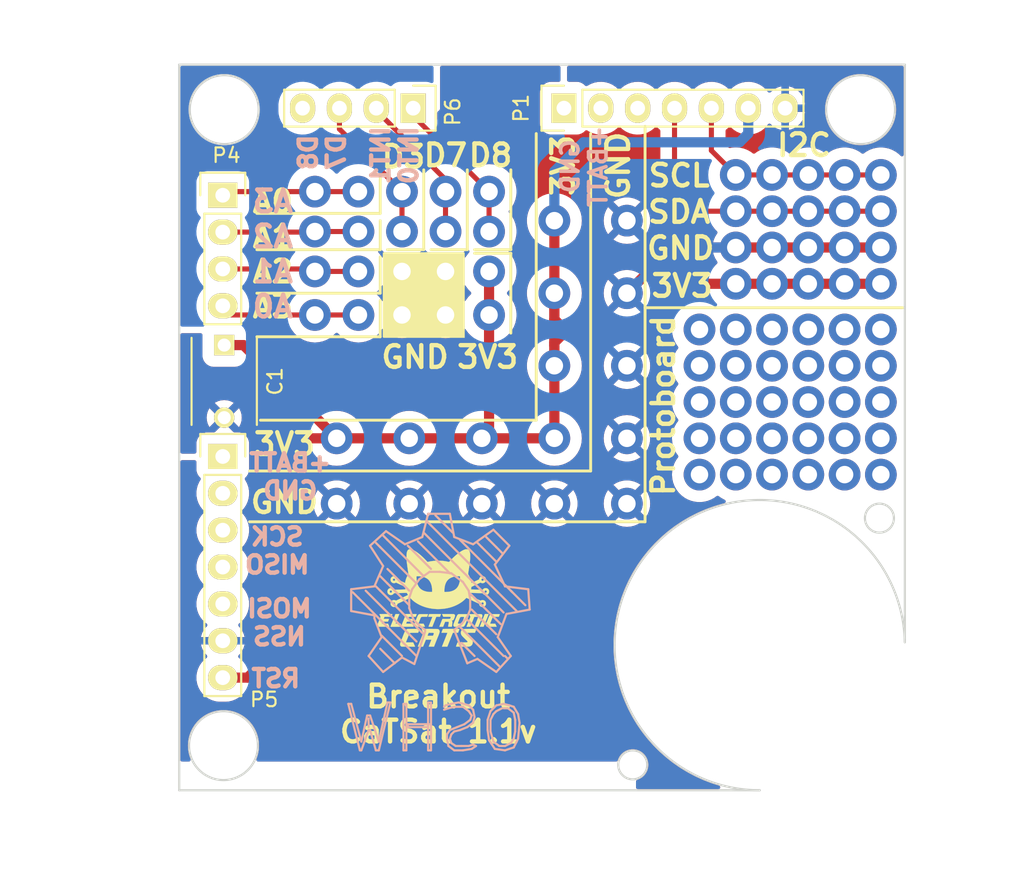
<source format=kicad_pcb>
(kicad_pcb (version 20221018) (generator pcbnew)
  (title_block (title "CatSat") (date "2016-10-16") (rev "0.02") (company "Electronic Cats") (comment 1 "Eduardo Contreras"))
  (layers (0 "F.Cu" signal) (31 "B.Cu" signal) (34 "B.Paste" user) (35 "F.Paste" user) (36 "B.SilkS" user "B.Silkscreen") (37 "F.SilkS" user "F.Silkscreen") (38 "B.Mask" user) (39 "F.Mask" user) (44 "Edge.Cuts" user))
  (net 0 "")
  (net 1 "GND")
  (net 2 "+BATT")
  (net 3 "/SCL")
  (net 4 "/SDA")
  (net 5 "/S_RX")
  (net 6 "/S_TX")
  (net 7 "/DHT/D6")
  (net 8 "/A3")
  (net 9 "/A2")
  (net 10 "/A1")
  (net 11 "/A0")
  (net 12 "/SCK")
  (net 13 "/MISO")
  (net 14 "/MOSI")
  (net 15 "/NSS")
  (net 16 "/RST")
  (net 17 "/INT0")
  (net 18 "/INT1")
  (net 19 "/D7")
  (net 20 "/D8")
  (footprint "Pin_Headers:Pin_Header_Straight_1x04" (layer "F.Cu") (at 130.27 77.25 -90)
    (fp_text reference "P6" (at 0.25 -2.73 270) (layer "F.SilkS"))
    (fp_text value "Conn_01x04_Male")
    (pad "1" thru_hole rect (at 0 0 270) (size 2.032 1.7272) (drill 1.016) (layers "*.Cu" "*.Mask" "F.SilkS") (net 20 "/D8"))
    (pad "2" thru_hole oval (at 0 2.54 270) (size 2.032 1.7272) (drill 1.016) (layers "*.Cu" "*.Mask" "F.SilkS") (net 19 "/D7"))
    (pad "3" thru_hole oval (at 0 5.08 270) (size 2.032 1.7272) (drill 1.016) (layers "*.Cu" "*.Mask" "F.SilkS") (net 18 "/INT1"))
    (pad "4" thru_hole oval (at 0 7.62 270) (size 2.032 1.7272) (drill 1.016) (layers "*.Cu" "*.Mask" "F.SilkS") (net 17 "/INT0"))
  )
  (footprint "Pin_Headers:Pin_Header_Straight_1x07" (layer "F.Cu") (at 117.15 101.25)
    (fp_text reference "P5" (at 2.85 16.75) (layer "F.SilkS"))
    (fp_text value "Conn_01x07_Male")
    (pad "1" thru_hole rect (at 0 0) (size 2.032 1.7272) (drill 1.016) (layers "*.Cu" "*.Mask" "F.SilkS") (net 16 "/RST"))
    (pad "2" thru_hole oval (at 0 2.54) (size 2.032 1.7272) (drill 1.016) (layers "*.Cu" "*.Mask" "F.SilkS") (net 15 "/NSS"))
    (pad "3" thru_hole oval (at 0 5.08) (size 2.032 1.7272) (drill 1.016) (layers "*.Cu" "*.Mask" "F.SilkS") (net 14 "/MOSI"))
    (pad "4" thru_hole oval (at 0 7.62) (size 2.032 1.7272) (drill 1.016) (layers "*.Cu" "*.Mask" "F.SilkS") (net 13 "/MISO"))
    (pad "5" thru_hole oval (at 0 10.16) (size 2.032 1.7272) (drill 1.016) (layers "*.Cu" "*.Mask" "F.SilkS") (net 12 "/SCK"))
    (pad "6" thru_hole oval (at 0 12.7) (size 2.032 1.7272) (drill 1.016) (layers "*.Cu" "*.Mask" "F.SilkS") (net 1 "GND"))
    (pad "7" thru_hole oval (at 0 15.24) (size 2.032 1.7272) (drill 1.016) (layers "*.Cu" "*.Mask" "F.SilkS") (net 2 "+BATT"))
  )
  (footprint "Pin_Headers:Pin_Header_Straight_1x07" (layer "F.Cu") (at 140.66 77.25 90)
    (fp_text reference "P1" (at 0 -2.95 90) (layer "F.SilkS"))
    (fp_text value "Conn_01x07_Male")
    (pad "1" thru_hole rect (at 0 0 90) (size 2.032 1.7272) (drill 1.016) (layers "*.Cu" "*.Mask" "F.SilkS") (net 7 "/DHT/D6"))
    (pad "2" thru_hole oval (at 0 2.54 90) (size 2.032 1.7272) (drill 1.016) (layers "*.Cu" "*.Mask" "F.SilkS") (net 6 "/S_TX"))
    (pad "3" thru_hole oval (at 0 5.08 90) (size 2.032 1.7272) (drill 1.016) (layers "*.Cu" "*.Mask" "F.SilkS") (net 5 "/S_RX"))
    (pad "4" thru_hole oval (at 0 7.62 90) (size 2.032 1.7272) (drill 1.016) (layers "*.Cu" "*.Mask" "F.SilkS") (net 4 "/SDA"))
    (pad "5" thru_hole oval (at 0 10.16 90) (size 2.032 1.7272) (drill 1.016) (layers "*.Cu" "*.Mask" "F.SilkS") (net 3 "/SCL"))
    (pad "6" thru_hole oval (at 0 12.7 90) (size 2.032 1.7272) (drill 1.016) (layers "*.Cu" "*.Mask" "F.SilkS") (net 2 "+BATT"))
    (pad "7" thru_hole oval (at 0 15.24 90) (size 2.032 1.7272) (drill 1.016) (layers "*.Cu" "*.Mask" "F.SilkS") (net 1 "GND"))
  )
  (footprint "Pin_Headers:Pin_Header_Straight_1x04" (layer "F.Cu") (at 117.15 83.25)
    (fp_text reference "P4" (at 0.25 -2.75) (layer "F.SilkS"))
    (fp_text value "Conn_01x04_Male")
    (pad "1" thru_hole rect (at 0 0) (size 2.032 1.7272) (drill 1.016) (layers "*.Cu" "*.Mask" "F.SilkS") (net 11 "/A0"))
    (pad "2" thru_hole oval (at 0 2.54) (size 2.032 1.7272) (drill 1.016) (layers "*.Cu" "*.Mask" "F.SilkS") (net 10 "/A1"))
    (pad "3" thru_hole oval (at 0 5.08) (size 2.032 1.7272) (drill 1.016) (layers "*.Cu" "*.Mask" "F.SilkS") (net 9 "/A2"))
    (pad "4" thru_hole oval (at 0 7.62) (size 2.032 1.7272) (drill 1.016) (layers "*.Cu" "*.Mask" "F.SilkS") (net 8 "/A3"))
  )
  (footprint "Capacitors_ThroughHole:C_Disc_D6_P5" (layer "F.Cu") (at 117.25 93.575 -90)
    (fp_text reference "C1" (at 2.5 -3.5 270) (layer "F.SilkS"))
    (fp_text value "0.1uF")
    (pad "1" thru_hole rect (at 0 0 270) (size 1.4 1.4) (drill 0.9) (layers "*.Cu" "*.Mask" "F.SilkS") (net 2 "+BATT"))
    (pad "2" thru_hole circle (at 5 0 270) (size 1.4 1.4) (drill 0.9) (layers "*.Cu" "*.Mask" "F.SilkS") (net 1 "GND"))
  )
  (footprint "theinventorhouse:electronic_cats_logo_8x6" (layer "F.Cu") (at 132 111)
    (fp_text reference "G***" hide)
    (fp_text value "LOGO" hide)
  )
  (footprint "CatSat:Pin" (layer "F.Cu") (at 150 97.5 90)
    (fp_text reference "REF**" hide)
    (fp_text value "Pin" hide)
    (pad "1" thru_hole circle (at 0 0 90) (size 2.1844 2.1844) (drill 1.2) (layers "*.Cu" "*.Mask"))
  )
  (footprint "CatSat:Pin" (layer "F.Cu") (at 160 92.5)
    (fp_text reference "REF**" hide)
    (fp_text value "Pin" hide)
    (pad "1" thru_hole circle (at 0 0) (size 2.1844 2.1844) (drill 1.2) (layers "*.Cu" "*.Mask"))
  )
  (footprint "CatSat:Pin" (layer "F.Cu") (at 157.5 92.5)
    (fp_text reference "REF**" hide)
    (fp_text value "Pin" hide)
    (pad "1" thru_hole circle (at 0 0) (size 2.1844 2.1844) (drill 1.2) (layers "*.Cu" "*.Mask"))
  )
  (footprint "CatSat:Pin" (layer "F.Cu") (at 157.5 95)
    (fp_text reference "REF**" hide)
    (fp_text value "Pin" hide)
    (pad "1" thru_hole circle (at 0 0) (size 2.1844 2.1844) (drill 1.2) (layers "*.Cu" "*.Mask"))
  )
  (footprint "CatSat:Pin" (layer "F.Cu") (at 155 97.5)
    (fp_text reference "REF**" hide)
    (fp_text value "Pin" hide)
    (pad "1" thru_hole circle (at 0 0) (size 2.1844 2.1844) (drill 1.2) (layers "*.Cu" "*.Mask"))
  )
  (footprint "CatSat:Pin" (layer "F.Cu") (at 162.5 95)
    (fp_text reference "REF**" hide)
    (fp_text value "Pin" hide)
    (pad "1" thru_hole circle (at 0 0) (size 2.1844 2.1844) (drill 1.2) (layers "*.Cu" "*.Mask"))
  )
  (footprint "CatSat:Pin" (layer "F.Cu") (at 157.5 97.5)
    (fp_text reference "REF**" hide)
    (fp_text value "Pin" hide)
    (pad "1" thru_hole circle (at 0 0) (size 2.1844 2.1844) (drill 1.2) (layers "*.Cu" "*.Mask"))
  )
  (footprint "CatSat:Pin" (layer "F.Cu") (at 160 97.5)
    (fp_text reference "REF**" hide)
    (fp_text value "Pin" hide)
    (pad "1" thru_hole circle (at 0 0) (size 2.1844 2.1844) (drill 1.2) (layers "*.Cu" "*.Mask"))
  )
  (footprint "CatSat:Pin" (layer "F.Cu") (at 155 95)
    (fp_text reference "REF**" hide)
    (fp_text value "Pin" hide)
    (pad "1" thru_hole circle (at 0 0) (size 2.1844 2.1844) (drill 1.2) (layers "*.Cu" "*.Mask"))
  )
  (footprint "CatSat:Pin" (layer "F.Cu") (at 150 95 90)
    (fp_text reference "REF**" hide)
    (fp_text value "Pin" hide)
    (pad "1" thru_hole circle (at 0 0 90) (size 2.1844 2.1844) (drill 1.2) (layers "*.Cu" "*.Mask"))
  )
  (footprint "CatSat:Pin" (layer "F.Cu") (at 160 95)
    (fp_text reference "REF**" hide)
    (fp_text value "Pin" hide)
    (pad "1" thru_hole circle (at 0 0) (size 2.1844 2.1844) (drill 1.2) (layers "*.Cu" "*.Mask"))
  )
  (footprint "CatSat:Pin" (layer "F.Cu") (at 162.5 97.5)
    (fp_text reference "REF**" hide)
    (fp_text value "Pin" hide)
    (pad "1" thru_hole circle (at 0 0) (size 2.1844 2.1844) (drill 1.2) (layers "*.Cu" "*.Mask"))
  )
  (footprint "CatSat:Pin" (layer "F.Cu") (at 150 100 90)
    (fp_text reference "REF**" hide)
    (fp_text value "Pin" hide)
    (pad "1" thru_hole circle (at 0 0 90) (size 2.1844 2.1844) (drill 1.2) (layers "*.Cu" "*.Mask"))
  )
  (footprint "CatSat:Pin" (layer "F.Cu") (at 150 102.5 90)
    (fp_text reference "REF**" hide)
    (fp_text value "Pin" hide)
    (pad "1" thru_hole circle (at 0 0 90) (size 2.1844 2.1844) (drill 1.2) (layers "*.Cu" "*.Mask"))
  )
  (footprint "CatSat:Pin" (layer "F.Cu") (at 162.5 92.5)
    (fp_text reference "REF**" hide)
    (fp_text value "Pin" hide)
    (pad "1" thru_hole circle (at 0 0) (size 2.1844 2.1844) (drill 1.2) (layers "*.Cu" "*.Mask"))
  )
  (footprint "CatSat:Pin" (layer "F.Cu") (at 126.5 91.5)
    (fp_text reference "J1" hide)
    (fp_text value "D7" hide)
    (pad "1" thru_hole circle (at 0 0) (size 2.1844 2.1844) (drill 1.2) (layers "*.Cu" "*.Mask") (net 8 "/A3"))
  )
  (footprint "CatSat:Pin" (layer "F.Cu") (at 129.5 85.75)
    (fp_text reference "J3" hide)
    (fp_text value "D7" hide)
    (pad "1" thru_hole circle (at 0 0) (size 2.1844 2.1844) (drill 1.2) (layers "*.Cu" "*.Mask") (net 18 "/INT1"))
  )
  (footprint "CatSat:Pin" (layer "F.Cu") (at 126.5 85.75)
    (fp_text reference "J4" hide)
    (fp_text value "D7" hide)
    (pad "1" thru_hole circle (at 0 0) (size 2.1844 2.1844) (drill 1.2) (layers "*.Cu" "*.Mask") (net 10 "/A1"))
  )
  (footprint "CatSat:Pin" (layer "F.Cu") (at 126.5 88.5)
    (fp_text reference "J5" hide)
    (fp_text value "D7" hide)
    (pad "1" thru_hole circle (at 0 0) (size 2.1844 2.1844) (drill 1.2) (layers "*.Cu" "*.Mask") (net 9 "/A2"))
  )
  (footprint "CatSat:Pin" (layer "F.Cu") (at 123.5 85.75)
    (fp_text reference "J6" hide)
    (fp_text value "D7" hide)
    (pad "1" thru_hole circle (at 0 0) (size 2.1844 2.1844) (drill 1.2) (layers "*.Cu" "*.Mask") (net 10 "/A1"))
  )
  (footprint "CatSat:Pin" (layer "F.Cu") (at 123.5 88.5)
    (fp_text reference "J7" hide)
    (fp_text value "D7" hide)
    (pad "1" thru_hole circle (at 0 0) (size 2.1844 2.1844) (drill 1.2) (layers "*.Cu" "*.Mask") (net 9 "/A2"))
  )
  (footprint "CatSat:Pin" (layer "F.Cu") (at 123.5 83)
    (fp_text reference "J8" hide)
    (fp_text value "D7" hide)
    (pad "1" thru_hole circle (at 0 0) (size 2.1844 2.1844) (drill 1.2) (layers "*.Cu" "*.Mask") (net 11 "/A0"))
  )
  (footprint "CatSat:Pin" (layer "F.Cu") (at 126.5 83)
    (fp_text reference "J9" hide)
    (fp_text value "D7" hide)
    (pad "1" thru_hole circle (at 0 0) (size 2.1844 2.1844) (drill 1.2) (layers "*.Cu" "*.Mask") (net 11 "/A0"))
  )
  (footprint "CatSat:Pin" (layer "F.Cu") (at 123.5 91.5)
    (fp_text reference "J10" hide)
    (fp_text value "D7" hide)
    (pad "1" thru_hole circle (at 0 0) (size 2.1844 2.1844) (drill 1.2) (layers "*.Cu" "*.Mask") (net 8 "/A3"))
  )
  (footprint "CatSat:Pin" (layer "F.Cu") (at 132.5 85.75)
    (fp_text reference "J12" hide)
    (fp_text value "D7" hide)
    (pad "1" thru_hole circle (at 0 0) (size 2.1844 2.1844) (drill 1.2) (layers "*.Cu" "*.Mask") (net 19 "/D7"))
  )
  (footprint "CatSat:Pin" (layer "F.Cu") (at 125 100)
    (fp_text reference "J14" hide)
    (fp_text value "D7" hide)
    (pad "1" thru_hole circle (at 0 0) (size 2.1844 2.1844) (drill 1.2) (layers "*.Cu" "*.Mask") (net 2 "+BATT"))
  )
  (footprint "CatSat:Pin" (layer "F.Cu") (at 135.5 91.5)
    (fp_text reference "J16" hide)
    (fp_text value "D7" hide)
    (pad "1" thru_hole circle (at 0 0) (size 2.1844 2.1844) (drill 1.2) (layers "*.Cu" "*.Mask") (net 2 "+BATT"))
  )
  (footprint "CatSat:Pin" (layer "F.Cu") (at 135.5 88.5)
    (fp_text reference "J17" hide)
    (fp_text value "D7" hide)
    (pad "1" thru_hole circle (at 0 0) (size 2.1844 2.1844) (drill 1.2) (layers "*.Cu" "*.Mask") (net 2 "+BATT"))
  )
  (footprint "CatSat:Pin" (layer "F.Cu") (at 157.5 81.85)
    (fp_text reference "J18" hide)
    (fp_text value "D7" hide)
    (pad "1" thru_hole circle (at 0 0) (size 2.1844 2.1844) (drill 1.2) (layers "*.Cu" "*.Mask") (net 3 "/SCL"))
  )
  (footprint "CatSat:Pin" (layer "F.Cu") (at 155 81.85)
    (fp_text reference "J19" hide)
    (fp_text value "D7" hide)
    (pad "1" thru_hole circle (at 0 0) (size 2.1844 2.1844) (drill 1.2) (layers "*.Cu" "*.Mask") (net 3 "/SCL"))
  )
  (footprint "CatSat:Pin" (layer "F.Cu") (at 152.5 81.85)
    (fp_text reference "J20" hide)
    (fp_text value "D7" hide)
    (pad "1" thru_hole circle (at 0 0) (size 2.1844 2.1844) (drill 1.2) (layers "*.Cu" "*.Mask") (net 3 "/SCL"))
  )
  (footprint "CatSat:Pin" (layer "F.Cu") (at 162.5 81.85)
    (fp_text reference "J21" hide)
    (fp_text value "D7" hide)
    (pad "1" thru_hole circle (at 0 0) (size 2.1844 2.1844) (drill 1.2) (layers "*.Cu" "*.Mask") (net 3 "/SCL"))
  )
  (footprint "CatSat:Pin" (layer "F.Cu") (at 160 81.85)
    (fp_text reference "J22" hide)
    (fp_text value "D7" hide)
    (pad "1" thru_hole circle (at 0 0) (size 2.1844 2.1844) (drill 1.2) (layers "*.Cu" "*.Mask") (net 3 "/SCL"))
  )
  (footprint "CatSat:Pin" (layer "F.Cu") (at 135.5 85.75)
    (fp_text reference "J23" hide)
    (fp_text value "D7" hide)
    (pad "1" thru_hole circle (at 0 0) (size 2.1844 2.1844) (drill 1.2) (layers "*.Cu" "*.Mask") (net 20 "/D8"))
  )
  (footprint "CatSat:Pin" (layer "F.Cu") (at 135.5 83)
    (fp_text reference "J24" hide)
    (fp_text value "D7" hide)
    (pad "1" thru_hole circle (at 0 0) (size 2.1844 2.1844) (drill 1.2) (layers "*.Cu" "*.Mask") (net 20 "/D8"))
  )
  (footprint "CatSat:Pin" (layer "F.Cu") (at 129.5 88.5)
    (fp_text reference "J26" hide)
    (fp_text value "D7" hide)
    (pad "1" thru_hole circle (at 0 0) (size 2.1844 2.1844) (drill 1.2) (layers "*.Cu" "*.Mask") (net 1 "GND"))
  )
  (footprint "CatSat:Pin" (layer "F.Cu") (at 129.5 91.5)
    (fp_text reference "J27" hide)
    (fp_text value "D7" hide)
    (pad "1" thru_hole circle (at 0 0) (size 2.1844 2.1844) (drill 1.2) (layers "*.Cu" "*.Mask") (net 1 "GND"))
  )
  (footprint "CatSat:Pin" (layer "F.Cu") (at 162.5 86.85)
    (fp_text reference "J28" hide)
    (fp_text value "D7" hide)
    (pad "1" thru_hole circle (at 0 0) (size 2.1844 2.1844) (drill 1.2) (layers "*.Cu" "*.Mask") (net 1 "GND"))
  )
  (footprint "CatSat:Pin" (layer "F.Cu") (at 125 104.5)
    (fp_text reference "J29" hide)
    (fp_text value "D7" hide)
    (pad "1" thru_hole circle (at 0 0) (size 2.1844 2.1844) (drill 1.2) (layers "*.Cu" "*.Mask") (net 1 "GND"))
  )
  (footprint "CatSat:Pin" (layer "F.Cu") (at 152.5 84.35)
    (fp_text reference "J30" hide)
    (fp_text value "D7" hide)
    (pad "1" thru_hole circle (at 0 0) (size 2.1844 2.1844) (drill 1.2) (layers "*.Cu" "*.Mask") (net 4 "/SDA"))
  )
  (footprint "CatSat:Pin" (layer "F.Cu") (at 160 84.35)
    (fp_text reference "J31" hide)
    (fp_text value "D7" hide)
    (pad "1" thru_hole circle (at 0 0) (size 2.1844 2.1844) (drill 1.2) (layers "*.Cu" "*.Mask") (net 4 "/SDA"))
  )
  (footprint "CatSat:Pin" (layer "F.Cu") (at 162.5 84.35)
    (fp_text reference "J32" hide)
    (fp_text value "D7" hide)
    (pad "1" thru_hole circle (at 0 0) (size 2.1844 2.1844) (drill 1.2) (layers "*.Cu" "*.Mask") (net 4 "/SDA"))
  )
  (footprint "CatSat:Pin" (layer "F.Cu") (at 157.5 84.35)
    (fp_text reference "J33" hide)
    (fp_text value "D7" hide)
    (pad "1" thru_hole circle (at 0 0) (size 2.1844 2.1844) (drill 1.2) (layers "*.Cu" "*.Mask") (net 4 "/SDA"))
  )
  (footprint "CatSat:Pin" (layer "F.Cu") (at 155 84.35)
    (fp_text reference "J34" hide)
    (fp_text value "D7" hide)
    (pad "1" thru_hole circle (at 0 0) (size 2.1844 2.1844) (drill 1.2) (layers "*.Cu" "*.Mask") (net 4 "/SDA"))
  )
  (footprint "CatSat:Pin" (layer "F.Cu") (at 129.5 83)
    (fp_text reference "J2" hide)
    (fp_text value "D7" hide)
    (pad "1" thru_hole circle (at 0 0) (size 2.1844 2.1844) (drill 1.2) (layers "*.Cu" "*.Mask") (net 18 "/INT1"))
  )
  (footprint "CatSat:Pin" (layer "F.Cu") (at 132.5 83)
    (fp_text reference "J11" hide)
    (fp_text value "D7" hide)
    (pad "1" thru_hole circle (at 0 0) (size 2.1844 2.1844) (drill 1.2) (layers "*.Cu" "*.Mask") (net 19 "/D7"))
  )
  (footprint "CatSat:Pin" (layer "F.Cu") (at 130 100)
    (fp_text reference "J14" hide)
    (fp_text value "D7" hide)
    (pad "1" thru_hole circle (at 0 0) (size 2.1844 2.1844) (drill 1.2) (layers "*.Cu" "*.Mask") (net 2 "+BATT"))
  )
  (footprint "CatSat:Pin" (layer "F.Cu") (at 132.5 91.5)
    (fp_text reference "J27" hide)
    (fp_text value "D7" hide)
    (pad "1" thru_hole circle (at 0 0) (size 2.1844 2.1844) (drill 1.2) (layers "*.Cu" "*.Mask") (net 1 "GND"))
  )
  (footprint "CatSat:Pin" (layer "F.Cu") (at 132.5 88.5)
    (fp_text reference "J27" hide)
    (fp_text value "D7" hide)
    (pad "1" thru_hole circle (at 0 0) (size 2.1844 2.1844) (drill 1.2) (layers "*.Cu" "*.Mask") (net 1 "GND"))
  )
  (footprint "CatSat:Pin" (layer "F.Cu") (at 160 86.85)
    (fp_text reference "J28" hide)
    (fp_text value "D7" hide)
    (pad "1" thru_hole circle (at 0 0) (size 2.1844 2.1844) (drill 1.2) (layers "*.Cu" "*.Mask") (net 1 "GND"))
  )
  (footprint "CatSat:Pin" (layer "F.Cu") (at 157.5 86.85)
    (fp_text reference "J28" hide)
    (fp_text value "D7" hide)
    (pad "1" thru_hole circle (at 0 0) (size 2.1844 2.1844) (drill 1.2) (layers "*.Cu" "*.Mask") (net 1 "GND"))
  )
  (footprint "CatSat:Pin" (layer "F.Cu") (at 155 86.85)
    (fp_text reference "J28" hide)
    (fp_text value "D7" hide)
    (pad "1" thru_hole circle (at 0 0) (size 2.1844 2.1844) (drill 1.2) (layers "*.Cu" "*.Mask") (net 1 "GND"))
  )
  (footprint "CatSat:Pin" (layer "F.Cu") (at 152.5 86.85)
    (fp_text reference "J28" hide)
    (fp_text value "D7" hide)
    (pad "1" thru_hole circle (at 0 0) (size 2.1844 2.1844) (drill 1.2) (layers "*.Cu" "*.Mask") (net 1 "GND"))
  )
  (footprint "CatSat:Pin" (layer "F.Cu") (at 162.5 89.35)
    (fp_text reference "J13" hide)
    (fp_text value "D7" hide)
    (pad "1" thru_hole circle (at 0 0) (size 2.1844 2.1844) (drill 1.2) (layers "*.Cu" "*.Mask") (net 2 "+BATT"))
  )
  (footprint "CatSat:Pin" (layer "F.Cu") (at 160 89.35)
    (fp_text reference "J13" hide)
    (fp_text value "D7" hide)
    (pad "1" thru_hole circle (at 0 0) (size 2.1844 2.1844) (drill 1.2) (layers "*.Cu" "*.Mask") (net 2 "+BATT"))
  )
  (footprint "CatSat:Pin" (layer "F.Cu") (at 157.5 89.35)
    (fp_text reference "J13" hide)
    (fp_text value "D7" hide)
    (pad "1" thru_hole circle (at 0 0) (size 2.1844 2.1844) (drill 1.2) (layers "*.Cu" "*.Mask") (net 2 "+BATT"))
  )
  (footprint "CatSat:Pin" (layer "F.Cu") (at 155 89.35)
    (fp_text reference "J13" hide)
    (fp_text value "D7" hide)
    (pad "1" thru_hole circle (at 0 0) (size 2.1844 2.1844) (drill 1.2) (layers "*.Cu" "*.Mask") (net 2 "+BATT"))
  )
  (footprint "CatSat:Pin" (layer "F.Cu") (at 152.5 89.35)
    (fp_text reference "J13" hide)
    (fp_text value "D7" hide)
    (pad "1" thru_hole circle (at 0 0) (size 2.1844 2.1844) (drill 1.2) (layers "*.Cu" "*.Mask") (net 2 "+BATT"))
  )
  (footprint "CatSat:Pin" (layer "F.Cu") (at 162.5 100)
    (fp_text reference "REF**" hide)
    (fp_text value "Pin" hide)
    (pad "1" thru_hole circle (at 0 0) (size 2.1844 2.1844) (drill 1.2) (layers "*.Cu" "*.Mask"))
  )
  (footprint "CatSat:Pin" (layer "F.Cu") (at 160 100)
    (fp_text reference "REF**" hide)
    (fp_text value "Pin" hide)
    (pad "1" thru_hole circle (at 0 0) (size 2.1844 2.1844) (drill 1.2) (layers "*.Cu" "*.Mask"))
  )
  (footprint "CatSat:Pin" (layer "F.Cu") (at 155 102.5)
    (fp_text reference "REF**" hide)
    (fp_text value "Pin" hide)
    (pad "1" thru_hole circle (at 0 0) (size 2.1844 2.1844) (drill 1.2) (layers "*.Cu" "*.Mask"))
  )
  (footprint "CatSat:Pin" (layer "F.Cu") (at 157.5 102.5)
    (fp_text reference "REF**" hide)
    (fp_text value "Pin" hide)
    (pad "1" thru_hole circle (at 0 0) (size 2.1844 2.1844) (drill 1.2) (layers "*.Cu" "*.Mask"))
  )
  (footprint "CatSat:Pin" (layer "F.Cu") (at 160 102.5)
    (fp_text reference "REF**" hide)
    (fp_text value "Pin" hide)
    (pad "1" thru_hole circle (at 0 0) (size 2.1844 2.1844) (drill 1.2) (layers "*.Cu" "*.Mask"))
  )
  (footprint "CatSat:Pin" (layer "F.Cu") (at 162.5 102.5)
    (fp_text reference "REF**" hide)
    (fp_text value "Pin" hide)
    (pad "1" thru_hole circle (at 0 0) (size 2.1844 2.1844) (drill 1.2) (layers "*.Cu" "*.Mask"))
  )
  (footprint "CatSat:Pin" (layer "F.Cu") (at 157.5 100)
    (fp_text reference "REF**" hide)
    (fp_text value "Pin" hide)
    (pad "1" thru_hole circle (at 0 0) (size 2.1844 2.1844) (drill 1.2) (layers "*.Cu" "*.Mask"))
  )
  (footprint "CatSat:Pin" (layer "F.Cu") (at 155 100)
    (fp_text reference "REF**" hide)
    (fp_text value "Pin" hide)
    (pad "1" thru_hole circle (at 0 0) (size 2.1844 2.1844) (drill 1.2) (layers "*.Cu" "*.Mask"))
  )
  (footprint "CatSat:Pin" (layer "F.Cu") (at 152.5 102.5 90)
    (fp_text reference "REF**" hide)
    (fp_text value "Pin" hide)
    (pad "1" thru_hole circle (at 0 0 90) (size 2.1844 2.1844) (drill 1.2) (layers "*.Cu" "*.Mask"))
  )
  (footprint "CatSat:Pin" (layer "F.Cu") (at 152.5 100 90)
    (fp_text reference "REF**" hide)
    (fp_text value "Pin" hide)
    (pad "1" thru_hole circle (at 0 0 90) (size 2.1844 2.1844) (drill 1.2) (layers "*.Cu" "*.Mask"))
  )
  (footprint "CatSat:Pin" (layer "F.Cu") (at 152.5 97.5 90)
    (fp_text reference "REF**" hide)
    (fp_text value "Pin" hide)
    (pad "1" thru_hole circle (at 0 0 90) (size 2.1844 2.1844) (drill 1.2) (layers "*.Cu" "*.Mask"))
  )
  (footprint "CatSat:Pin" (layer "F.Cu") (at 152.5 95 90)
    (fp_text reference "REF**" hide)
    (fp_text value "Pin" hide)
    (pad "1" thru_hole circle (at 0 0 90) (size 2.1844 2.1844) (drill 1.2) (layers "*.Cu" "*.Mask"))
  )
  (footprint "CatSat:Pin" (layer "F.Cu") (at 135 100)
    (fp_text reference "J14" hide)
    (fp_text value "D7" hide)
    (pad "1" thru_hole circle (at 0 0) (size 2.1844 2.1844) (drill 1.2) (layers "*.Cu" "*.Mask") (net 2 "+BATT"))
  )
  (footprint "CatSat:Pin" (layer "F.Cu") (at 140 100)
    (fp_text reference "J14" hide)
    (fp_text value "D7" hide)
    (pad "1" thru_hole circle (at 0 0) (size 2.1844 2.1844) (drill 1.2) (layers "*.Cu" "*.Mask") (net 2 "+BATT"))
  )
  (footprint "CatSat:Pin" (layer "F.Cu") (at 140 95)
    (fp_text reference "J14" hide)
    (fp_text value "D7" hide)
    (pad "1" thru_hole circle (at 0 0) (size 2.1844 2.1844) (drill 1.2) (layers "*.Cu" "*.Mask") (net 2 "+BATT"))
  )
  (footprint "CatSat:Pin" (layer "F.Cu") (at 140 90)
    (fp_text reference "J14" hide)
    (fp_text value "D7" hide)
    (pad "1" thru_hole circle (at 0 0) (size 2.1844 2.1844) (drill 1.2) (layers "*.Cu" "*.Mask") (net 2 "+BATT"))
  )
  (footprint "CatSat:Pin" (layer "F.Cu") (at 140 85)
    (fp_text reference "J14" hide)
    (fp_text value "D7" hide)
    (pad "1" thru_hole circle (at 0 0) (size 2.1844 2.1844) (drill 1.2) (layers "*.Cu" "*.Mask") (net 2 "+BATT"))
  )
  (footprint "CatSat:Pin" (layer "F.Cu") (at 130 104.5)
    (fp_text reference "J29" hide)
    (fp_text value "D7" hide)
    (pad "1" thru_hole circle (at 0 0) (size 2.1844 2.1844) (drill 1.2) (layers "*.Cu" "*.Mask") (net 1 "GND"))
  )
  (footprint "CatSat:Pin" (layer "F.Cu") (at 135 104.5)
    (fp_text reference "J29" hide)
    (fp_text value "D7" hide)
    (pad "1" thru_hole circle (at 0 0) (size 2.1844 2.1844) (drill 1.2) (layers "*.Cu" "*.Mask") (net 1 "GND"))
  )
  (footprint "CatSat:Pin" (layer "F.Cu") (at 140 104.5)
    (fp_text reference "J29" hide)
    (fp_text value "D7" hide)
    (pad "1" thru_hole circle (at 0 0) (size 2.1844 2.1844) (drill 1.2) (layers "*.Cu" "*.Mask") (net 1 "GND"))
  )
  (footprint "CatSat:Pin" (layer "F.Cu") (at 145 104.5)
    (fp_text reference "J29" hide)
    (fp_text value "D7" hide)
    (pad "1" thru_hole circle (at 0 0) (size 2.1844 2.1844) (drill 1.2) (layers "*.Cu" "*.Mask") (net 1 "GND"))
  )
  (footprint "CatSat:Pin" (layer "F.Cu") (at 145 100)
    (fp_text reference "J29" hide)
    (fp_text value "D7" hide)
    (pad "1" thru_hole circle (at 0 0) (size 2.1844 2.1844) (drill 1.2) (layers "*.Cu" "*.Mask") (net 1 "GND"))
  )
  (footprint "CatSat:Pin" (layer "F.Cu") (at 145 95)
    (fp_text reference "J29" hide)
    (fp_text value "D7" hide)
    (pad "1" thru_hole circle (at 0 0) (size 2.1844 2.1844) (drill 1.2) (layers "*.Cu" "*.Mask") (net 1 "GND"))
  )
  (footprint "CatSat:Pin" (layer "F.Cu") (at 145 90)
    (fp_text reference "J29" hide)
    (fp_text value "D7" hide)
    (pad "1" thru_hole circle (at 0 0) (size 2.1844 2.1844) (drill 1.2) (layers "*.Cu" "*.Mask") (net 1 "GND"))
  )
  (footprint "CatSat:Pin" (layer "F.Cu") (at 145 85)
    (fp_text reference "J29" hide)
    (fp_text value "D7" hide)
    (pad "1" thru_hole circle (at 0 0) (size 2.1844 2.1844) (drill 1.2) (layers "*.Cu" "*.Mask") (net 1 "GND"))
  )
  (footprint "CatSat:Pin" (layer "F.Cu") (at 155 92.5)
    (fp_text reference "REF**" hide)
    (fp_text value "Pin" hide)
    (pad "1" thru_hole circle (at 0 0) (size 2.1844 2.1844) (drill 1.2) (layers "*.Cu" "*.Mask"))
  )
  (footprint "CatSat:Pin" (layer "F.Cu") (at 152.5 92.5)
    (fp_text reference "REF**" hide)
    (fp_text value "Pin" hide)
    (pad "1" thru_hole circle (at 0 0) (size 2.1844 2.1844) (drill 1.2) (layers "*.Cu" "*.Mask"))
  )
  (footprint "CatSat:Pin" (layer "F.Cu") (at 150 92.5)
    (fp_text reference "REF**" hide)
    (fp_text value "Pin" hide)
    (pad "1" thru_hole circle (at 0 0) (size 2.1844 2.1844) (drill 1.2) (layers "*.Cu" "*.Mask"))
  )
  (footprint "Symbols:Symbol_OSHW-Logo_SilkScreen_BIG" (layer "B.Cu") (at 132 92 180)
    (fp_text reference "REF**")
    (fp_text value "Symbol_OSHW-Logo_SilkScreen_BIG")
  )
  (gr_line (start 131 81.5) (end 131 87) (stroke (width 0.2)) (layer "F.SilkS"))
  (gr_line (start 119.5 90) (end 128 90) (stroke (width 0.2)) (layer "F.SilkS"))
  (gr_line (start 119.5 87) (end 128 87) (stroke (width 0.2)) (layer "F.SilkS"))
  (gr_line (start 137 87.25) (end 137 92.75) (stroke (width 0.2)) (layer "F.SilkS"))
  (gr_line (start 128 84.5) (end 128 82) (stroke (width 0.2)) (layer "F.SilkS"))
  (gr_line (start 134.5 87) (end 137 87) (stroke (width 0.2)) (layer "F.SilkS"))
  (gr_line (start 128 87) (end 128 85) (stroke (width 0.2)) (layer "F.SilkS"))
  (gr_line (start 146.25 91) (end 164 91) (stroke (width 0.2)) (layer "F.SilkS"))
  (gr_line (start 128 90) (end 128 87.5) (stroke (width 0.2)) (layer "F.SilkS"))
  (gr_line (start 119.75 98.75) (end 138.75 98.75) (stroke (width 0.2)) (layer "F.SilkS"))
  (gr_line (start 119 102.25) (end 142.5 102.25) (stroke (width 0.2)) (layer "F.SilkS"))
  (gr_line (start 146.25 105.75) (end 119 105.75) (stroke (width 0.2)) (layer "F.SilkS"))
  (gr_line (start 128 93) (end 128 90.5) (stroke (width 0.2)) (layer "F.SilkS"))
  (gr_line (start 146.25 78.5) (end 146.25 105.75) (stroke (width 0.2)) (layer "F.SilkS"))
  (gr_line (start 134.5 87.25) (end 137 87.25) (stroke (width 0.2)) (layer "F.SilkS"))
  (gr_line (start 137 87) (end 137 81.5) (stroke (width 0.2)) (layer "F.SilkS"))
  (gr_line (start 119.5 84.5) (end 128 84.5) (stroke (width 0.2)) (layer "F.SilkS"))
  (gr_line (start 138.75 98.75) (end 138.75 79) (stroke (width 0.2)) (layer "F.SilkS"))
  (gr_line (start 134 81.5) (end 134 87) (stroke (width 0.2)) (layer "F.SilkS"))
  (gr_line (start 131 87) (end 128.5 87) (stroke (width 0.2)) (layer "F.SilkS"))
  (gr_poly (pts (xy 128.25 93) (xy 133.75 93) (xy 133.75 87.25) (xy 128.25 87.25)) (stroke (width 0.15)) (fill solid) (layer "F.SilkS"))
  (gr_line (start 119.5 93) (end 128 93) (stroke (width 0.2)) (layer "F.SilkS"))
  (gr_line (start 134 87) (end 131.5 87) (stroke (width 0.2)) (layer "F.SilkS"))
  (gr_line (start 142.5 102.25) (end 142.5 79) (stroke (width 0.2)) (layer "F.SilkS"))
  (gr_arc (start 154.15 124.25) (mid 147.078932 121.321068) (end 144.15 114.25) (stroke (width 0.15)) (layer "Edge.Cuts"))
  (gr_arc (start 144.15 114.25) (mid 154.050015 104.2505) (end 164.148001 114.05004) (stroke (width 0.15)) (layer "Edge.Cuts"))
  (gr_circle (center 145.4 122.5) (end 146.4 122.5) (stroke (width 0.15)) (fill none) (layer "Edge.Cuts"))
  (gr_circle (center 162.4 105.5) (end 163.4 105.5) (stroke (width 0.15)) (fill none) (layer "Edge.Cuts"))
  (gr_circle (center 161.1 77.35) (end 163.475 77.35) (stroke (width 0.15)) (fill none) (layer "Edge.Cuts"))
  (gr_circle (center 117.25 77.35) (end 114.875 77.35) (stroke (width 0.15)) (fill none) (layer "Edge.Cuts"))
  (gr_circle (center 117.2 121.175) (end 119.575 121.175) (stroke (width 0.15)) (fill none) (layer "Edge.Cuts"))
  (gr_line (start 114.15 124.25) (end 114.15 74.25) (stroke (width 0.15)) (layer "Edge.Cuts"))
  (gr_line (start 114.15 74.25) (end 164.15 74.25) (stroke (width 0.15)) (layer "Edge.Cuts"))
  (gr_line (start 154.15 124.25) (end 114.15 124.25) (stroke (width 0.15)) (layer "Edge.Cuts"))
  (gr_line (start 164.15 74.25) (end 164.15 114.05) (stroke (width 0.15)) (layer "Edge.Cuts"))
  (gr_text "INT1\nINT0" (at 129 80.5 90) (layer "B.SilkS") (effects (font (size 1.2 1.2) (thickness 0.3)) (justify mirror)))
  (gr_text "GND\n+BATT" (at 142.05 81.25 90) (layer "B.SilkS") (effects (font (size 1.2 1.2) (thickness 0.25)) (justify mirror)))
  (gr_text "D8\nD7" (at 124 80.3 90) (layer "B.SilkS") (effects (font (size 1.2 1.2) (thickness 0.3)) (justify mirror)))
  (gr_text "A3\nA2\nA1\nA0" (at 120.6 87.3) (layer "B.SilkS") (effects (font (size 1.5 1.5) (thickness 0.3)) (justify mirror)))
  (gr_text "SCK\nMISO\n" (at 120.9 107.75) (layer "B.SilkS") (effects (font (size 1.2 1.2) (thickness 0.3)) (justify mirror)))
  (gr_text "+BATT\nGND" (at 121.8 102.65) (layer "B.SilkS") (effects (font (size 1.2 1.2) (thickness 0.3)) (justify mirror)))
  (gr_text "MOSI\nNSS" (at 121.05 112.7) (layer "B.SilkS") (effects (font (size 1.2 1.2) (thickness 0.3)) (justify mirror)))
  (gr_text "RST" (at 120.8 116.55) (layer "B.SilkS") (effects (font (size 1.2 1.2) (thickness 0.3)) (justify mirror)))
  (gr_text "A0\nA1\nA2\nA3" (at 120.6 87.3) (layer "F.SilkS") (effects (font (size 1.5 1.5) (thickness 0.3))))
  (gr_text "D8" (at 135.6 80.5) (layer "F.SilkS") (effects (font (size 1.5 1.5) (thickness 0.3))))
  (gr_text "3V3" (at 135.4 94.4) (layer "F.SilkS") (effects (font (size 1.5 1.5) (thickness 0.3))))
  (gr_text "3V3" (at 121.4 100.4) (layer "F.SilkS") (effects (font (size 1.5 1.5) (thickness 0.3))))
  (gr_text "GND" (at 121.4 104.4) (layer "F.SilkS") (effects (font (size 1.5 1.5) (thickness 0.3))))
  (gr_text "GND" (at 144.4 81.2 90) (layer "F.SilkS") (effects (font (size 1.5 1.5) (thickness 0.3))))
  (gr_text "3V3" (at 140.6 81.2 90) (layer "F.SilkS") (effects (font (size 1.5 1.5) (thickness 0.3))))
  (gr_text "Breakout\nCaTSat 1.1v" (at 132 119) (layer "F.SilkS") (effects (font (size 1.5 1.5) (thickness 0.3))))
  (gr_text "D7" (at 132.5 80.5) (layer "F.SilkS") (effects (font (size 1.5 1.5) (thickness 0.3))))
  (gr_text "GND" (at 130.4 94.4) (layer "F.SilkS") (effects (font (size 1.5 1.5) (thickness 0.3))))
  (gr_text "D3" (at 129.6 80.6) (layer "F.SilkS") (effects (font (size 1.5 1.5) (thickness 0.3))))
  (gr_text "I2C" (at 157.2 79.8) (layer "F.SilkS") (effects (font (size 1.5 1.5) (thickness 0.3))))
  (gr_text "SDA" (at 148.6 84.4) (layer "F.SilkS") (effects (font (size 1.5 1.5) (thickness 0.3))))
  (gr_text "Protoboard" (at 147.5 97.75 90) (layer "F.SilkS") (effects (font (size 1.5 1.5) (thickness 0.3))))
  (gr_text "GND" (at 148.7 86.9) (layer "F.SilkS") (effects (font (size 1.5 1.5) (thickness 0.3))))
  (gr_text "SCL" (at 148.6 81.9) (layer "F.SilkS") (effects (font (size 1.5 1.5) (thickness 0.3))))
  (gr_text "3V3" (at 148.8 89.5) (layer "F.SilkS") (effects (font (size 1.5 1.5) (thickness 0.3))))
  (segment (start 152.5 86.85) (end 148.15 86.85) (width 0.7) (layer "F.Cu") (net 1))
  (segment (start 157.5 86.85) (end 160 86.85) (width 0.7) (layer "F.Cu") (net 1))
  (segment (start 152.5 86.85) (end 155 86.85) (width 0.7) (layer "F.Cu") (net 1))
  (segment (start 148.15 86.85) (end 145 90) (width 0.7) (layer "F.Cu") (net 1))
  (segment (start 155 86.85) (end 157.5 86.85) (width 0.7) (layer "F.Cu") (net 1))
  (segment (start 162.5 86.85) (end 160 86.85) (width 0.7) (layer "F.Cu") (net 1))
  (segment (start 146.85 86.85) (end 145 85) (width 0.7) (layer "B.Cu") (net 1))
  (segment (start 152.5 86.85) (end 146.85 86.85) (width 0.7) (layer "B.Cu") (net 1))
  (segment (start 145.75 89.25) (end 145 90) (width 0.7) (layer "B.Cu") (net 1))
  (segment (start 140.8 92.6) (end 140 92.6) (width 0.7) (layer "F.Cu") (net 2))
  (segment (start 135 100) (end 140 100) (width 0.7) (layer "F.Cu") (net 2))
  (segment (start 140 93.6) (end 140 95) (width 0.7) (layer "F.Cu") (net 2))
  (segment (start 140 93.6) (end 140 93.4) (width 0.7) (layer "F.Cu") (net 2))
  (segment (start 147.5 90.5) (end 148.65 89.35) (width 0.7) (layer "F.Cu") (net 2))
  (segment (start 140 89) (end 140 85) (width 0.7) (layer "F.Cu") (net 2))
  (segment (start 130 100) (end 135 100) (width 0.7) (layer "F.Cu") (net 2))
  (segment (start 122.5 100) (end 125 100) (width 0.7) (layer "F.Cu") (net 2))
  (segment (start 160 89.35) (end 157.5 89.35) (width 0.7) (layer "F.Cu") (net 2))
  (segment (start 135.5 91.5) (end 135.5 88.5) (width 0.7) (layer "F.Cu") (net 2))
  (segment (start 162.5 89.35) (end 152.5 89.35) (width 0.5) (layer "F.Cu") (net 2))
  (segment (start 117.15 116.49) (end 118.866 116.49) (width 0.7) (layer "F.Cu") (net 2))
  (segment (start 140 93.4) (end 140.8 92.6) (width 0.7) (layer "F.Cu") (net 2))
  (segment (start 147.5 91.5) (end 147.5 90.5) (width 0.7) (layer "F.Cu") (net 2))
  (segment (start 121.5 113.856) (end 121.5 101) (width 0.7) (layer "F.Cu") (net 2))
  (segment (start 140 90) (end 140 91.8) (width 0.7) (layer "F.Cu") (net 2))
  (segment (start 125 100) (end 118.575 93.575) (width 0.7) (layer "F.Cu") (net 2))
  (segment (start 125 100) (end 130 100) (width 0.7) (layer "F.Cu") (net 2))
  (segment (start 140 100) (end 140 95) (width 0.7) (layer "F.Cu") (net 2))
  (segment (start 135.5 99.5) (end 135 100) (width 0.7) (layer "F.Cu") (net 2))
  (segment (start 162.5 89.35) (end 160 89.35) (width 0.7) (layer "F.Cu") (net 2))
  (segment (start 121.5 101) (end 122.5 100) (width 0.7) (layer "F.Cu") (net 2))
  (segment (start 140 91.8) (end 140 92.6) (width 0.7) (layer "F.Cu") (net 2))
  (segment (start 118.866 116.49) (end 121.5 113.856) (width 0.7) (layer "F.Cu") (net 2))
  (segment (start 140 95) (end 140 89) (width 0.7) (layer "F.Cu") (net 2))
  (segment (start 146.4 92.6) (end 147.5 91.5) (width 0.7) (layer "F.Cu") (net 2))
  (segment (start 140.8 92.6) (end 140 91.8) (width 0.7) (layer "F.Cu") (net 2))
  (segment (start 118.575 93.575) (end 117.25 93.575) (width 0.7) (layer "F.Cu") (net 2))
  (segment (start 135.5 91.5) (end 135.5 99.5) (width 0.7) (layer "F.Cu") (net 2))
  (segment (start 155 89.35) (end 157.5 89.35) (width 0.7) (layer "F.Cu") (net 2))
  (segment (start 140.8 92.6) (end 146.4 92.6) (width 0.7) (layer "F.Cu") (net 2))
  (segment (start 140 92.6) (end 140 93.6) (width 0.7) (layer "F.Cu") (net 2))
  (segment (start 152.5 89.35) (end 155 89.35) (width 0.7) (layer "F.Cu") (net 2))
  (segment (start 148.65 89.35) (end 152.5 89.35) (width 0.7) (layer "F.Cu") (net 2))
  (segment (start 140 81.6) (end 142 79.6) (width 0.7) (layer "B.Cu") (net 2))
  (segment (start 153.36 79) (end 153.36 77.25) (width 0.7) (layer "B.Cu") (net 2))
  (segment (start 152.76 79.6) (end 153.36 79) (width 0.7) (layer "B.Cu") (net 2))
  (segment (start 142 79.6) (end 152.76 79.6) (width 0.7) (layer "B.Cu") (net 2))
  (segment (start 140 85) (end 140 81.6) (width 0.7) (layer "B.Cu") (net 2))
  (segment (start 160 81.85) (end 162.5 81.85) (width 0.35) (layer "F.Cu") (net 3))
  (segment (start 155 81.85) (end 157.5 81.85) (width 0.35) (layer "F.Cu") (net 3))
  (segment (start 152.5 81.85) (end 150.82 80.17) (width 0.35) (layer "F.Cu") (net 3))
  (segment (start 150.82 80.17) (end 150.82 77.25) (width 0.35) (layer "F.Cu") (net 3))
  (segment (start 157.5 81.85) (end 160 81.85) (width 0.35) (layer "F.Cu") (net 3))
  (segment (start 152.5 81.85) (end 155 81.85) (width 0.35) (layer "F.Cu") (net 3))
  (segment (start 162.5 84.35) (end 160 84.35) (width 0.35) (layer "F.Cu") (net 4))
  (segment (start 160 84.35) (end 157.5 84.35) (width 0.35) (layer "F.Cu") (net 4))
  (segment (start 152.5 84.35) (end 155 84.35) (width 0.35) (layer "F.Cu") (net 4))
  (segment (start 157.5 84.35) (end 155 84.35) (width 0.35) (layer "F.Cu") (net 4))
  (segment (start 148.28 77.25) (end 148.28 83.4) (width 0.35) (layer "F.Cu") (net 4))
  (segment (start 152.5 84.35) (end 149.23 84.35) (width 0.35) (layer "F.Cu") (net 4))
  (segment (start 149.23 84.35) (end 148.28 83.4) (width 0.35) (layer "F.Cu") (net 4))
  (segment (start 123.5 91.5) (end 117.78 91.5) (width 0.35) (layer "F.Cu") (net 8))
  (segment (start 123.5 91.5) (end 126.5 91.5) (width 0.35) (layer "F.Cu") (net 8))
  (segment (start 117.78 91.5) (end 117.15 90.87) (width 0.35) (layer "F.Cu") (net 8))
  (segment (start 126.5 88.5) (end 123.5 88.5) (width 0.35) (layer "F.Cu") (net 9))
  (segment (start 117.15 88.33) (end 123.33 88.33) (width 0.35) (layer "F.Cu") (net 9))
  (segment (start 123.33 88.33) (end 123.5 88.5) (width 0.35) (layer "F.Cu") (net 9))
  (segment (start 126.5 85.75) (end 123.5 85.75) (width 0.35) (layer "F.Cu") (net 10))
  (segment (start 123.46 85.79) (end 123.5 85.75) (width 0.35) (layer "F.Cu") (net 10))
  (segment (start 117.15 85.79) (end 123.46 85.79) (width 0.35) (layer "F.Cu") (net 10))
  (segment (start 126.75 83) (end 126.5 83) (width 0.35) (layer "F.Cu") (net 11))
  (segment (start 123.5 83) (end 126.75 83) (width 0.35) (layer "F.Cu") (net 11))
  (segment (start 123.5 83) (end 117.4 83) (width 0.35) (layer "F.Cu") (net 11))
  (segment (start 117.4 83) (end 117.15 83.25) (width 0.35) (layer "F.Cu") (net 11))
  (segment (start 125.19 77.25) (end 125.19 78.69) (width 0.35) (layer "F.Cu") (net 18))
  (segment (start 125.19 78.69) (end 129.5 83) (width 0.35) (layer "F.Cu") (net 18))
  (segment (start 129.5 85.75) (end 129.5 83) (width 0.35) (layer "F.Cu") (net 18))
  (segment (start 127.73 77.4024) (end 132.5 82.1724) (width 0.35) (layer "F.Cu") (net 19))
  (segment (start 127.73 77.25) (end 127.73 77.4024) (width 0.35) (layer "F.Cu") (net 19))
  (segment (start 132.5 82.1724) (end 132.5 83) (width 0.35) (layer "F.Cu") (net 19))
  (segment (start 132.5 85.75) (end 132.5 83) (width 0.35) (layer "F.Cu") (net 19))
  (segment (start 130.27 77.77) (end 130.27 77.25) (width 0.35) (layer "F.Cu") (net 20))
  (segment (start 135.5 83) (end 130.27 77.77) (width 0.35) (layer "F.Cu") (net 20))
  (segment (start 135.5 85.75) (end 135.5 83) (width 0.35) (layer "F.Cu") (net 20))
  (zone (net 1) (net_name "GND") (layer "F.Cu") (connect_pads (clearance 0.8)) (min_thickness 0.254) (fill yes (thermal_gap 0.508) (thermal_bridge_width 0.508))
    (polygon (pts (xy 114.2 74.3) (xy 164.2 74.3) (xy 164.4 124.3) (xy 114 124.3)))
  )
  (zone (net 1) (net_name "GND") (layer "B.Cu") (connect_pads (clearance 0.8)) (min_thickness 0.254) (fill yes (thermal_gap 0.508) (thermal_bridge_width 0.508))
    (polygon (pts (xy 114.2 74.3) (xy 164.2 74.3) (xy 164.4 124.3) (xy 114.2 124.1)))
  )
)
</source>
